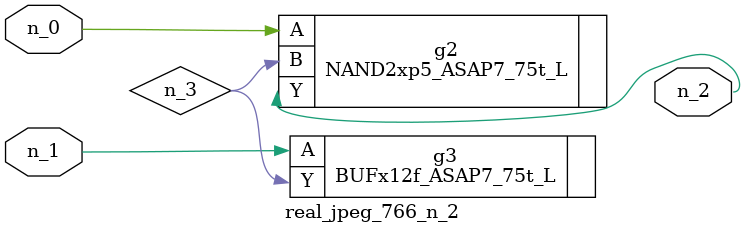
<source format=v>
module real_jpeg_766_n_2 (n_1, n_0, n_2);

input n_1;
input n_0;

output n_2;

wire n_3;

NAND2xp5_ASAP7_75t_L g2 ( 
.A(n_0),
.B(n_3),
.Y(n_2)
);

BUFx12f_ASAP7_75t_L g3 ( 
.A(n_1),
.Y(n_3)
);


endmodule
</source>
